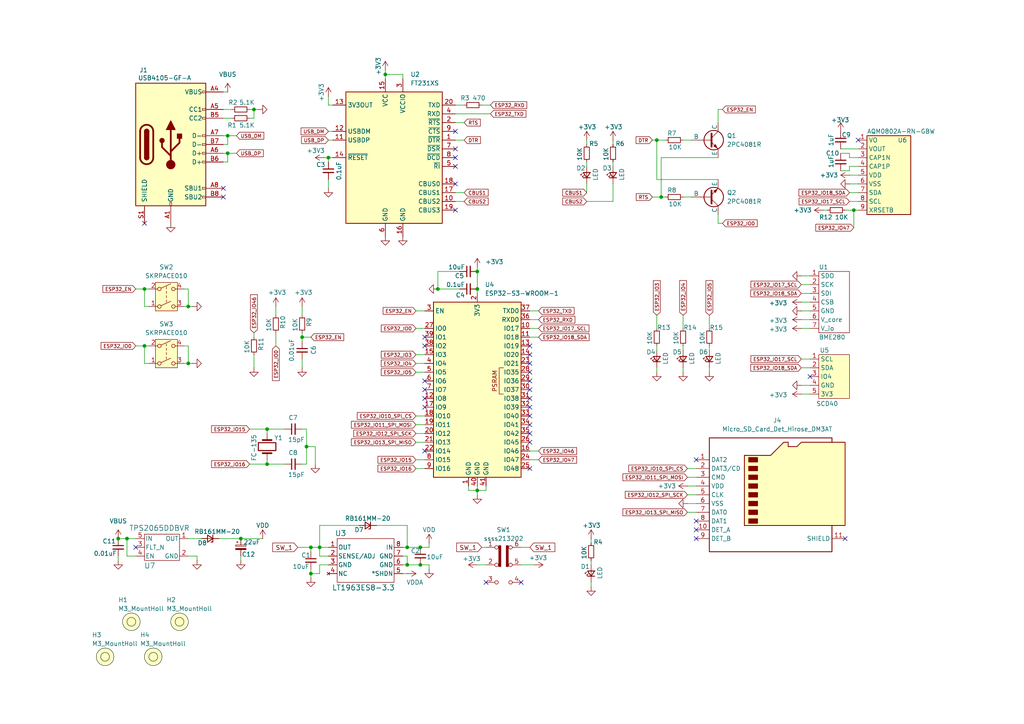
<source format=kicad_sch>
(kicad_sch (version 20231120) (generator "eeschema") (generator_version "8.0")
  (paper "A4")
  (junction (at 127 83.82))
  (junction (at 41.91 83.82))
  (junction (at 138.43 83.82))
  (junction (at 138.43 142.24))
  (junction (at 92.71 158.75))
  (junction (at 66.04 39.37))
  (junction (at 73.66 31.75))
  (junction (at 69.85 156.21))
  (junction (at 247.65 60.96))
  (junction (at 77.47 134.62))
  (junction (at 118.11 163.83))
  (junction (at 138.43 78.74))
  (junction (at 118.11 158.75))
  (junction (at 87.63 97.79))
  (junction (at 121.92 163.83))
  (junction (at 111.76 21.59))
  (junction (at 121.92 158.75))
  (junction (at 191.77 57.15))
  (junction (at 36.83 156.21))
  (junction (at 34.29 156.21))
  (junction (at 90.17 166.37))
  (junction (at 54.61 88.9))
  (junction (at 66.04 44.45))
  (junction (at 77.47 124.46))
  (junction (at 190.5 40.64))
  (junction (at 41.91 100.33))
  (junction (at 88.9 129.54))
  (junction (at 95.25 45.72))
  (junction (at 54.61 105.41))
  (junction (at 90.17 158.75))
  (no_connect (at 123.19 113.03))
  (no_connect (at 39.37 158.75))
  (no_connect (at 123.19 100.33))
  (no_connect (at 132.08 53.34))
  (no_connect (at 153.67 115.57))
  (no_connect (at 201.93 151.13))
  (no_connect (at 234.95 109.22))
  (no_connect (at 248.92 40.64))
  (no_connect (at 201.93 156.21))
  (no_connect (at 123.19 110.49))
  (no_connect (at 153.67 128.27))
  (no_connect (at 151.13 168.91))
  (no_connect (at 153.67 110.49))
  (no_connect (at 153.67 107.95))
  (no_connect (at 153.67 100.33))
  (no_connect (at 153.67 135.89))
  (no_connect (at 132.08 60.96))
  (no_connect (at 245.11 156.21))
  (no_connect (at 153.67 105.41))
  (no_connect (at 123.19 130.81))
  (no_connect (at 64.77 54.61))
  (no_connect (at 153.67 102.87))
  (no_connect (at 132.08 43.18))
  (no_connect (at 132.08 38.1))
  (no_connect (at 201.93 133.35))
  (no_connect (at 153.67 125.73))
  (no_connect (at 41.91 64.77))
  (no_connect (at 153.67 113.03))
  (no_connect (at 64.77 57.15))
  (no_connect (at 132.08 45.72))
  (no_connect (at 153.67 123.19))
  (no_connect (at 140.97 168.91))
  (no_connect (at 132.08 48.26))
  (no_connect (at 123.19 97.79))
  (no_connect (at 153.67 120.65))
  (no_connect (at 201.93 153.67))
  (no_connect (at 123.19 115.57))
  (no_connect (at 123.19 118.11))
  (no_connect (at 153.67 118.11))
  (wire (pts (xy 247.65 60.96) (xy 247.65 66.04)))
  (wire (pts (xy 43.18 88.9) (xy 41.91 88.9)))
  (wire (pts (xy 190.5 106.68) (xy 190.5 107.95)))
  (wire (pts (xy 170.18 53.34) (xy 170.18 55.88)))
  (wire (pts (xy 120.65 133.35) (xy 123.19 133.35)))
  (wire (pts (xy 140.97 140.97) (xy 140.97 142.24)))
  (wire (pts (xy 41.91 100.33) (xy 43.18 100.33)))
  (wire (pts (xy 95.25 30.48) (xy 96.52 30.48)))
  (wire (pts (xy 90.17 165.1) (xy 90.17 166.37)))
  (wire (pts (xy 95.25 161.29) (xy 92.71 161.29)))
  (wire (pts (xy 95.25 52.07) (xy 95.25 54.61)))
  (wire (pts (xy 232.41 80.01) (xy 234.95 80.01)))
  (wire (pts (xy 87.63 134.62) (xy 88.9 134.62)))
  (wire (pts (xy 232.41 90.17) (xy 234.95 90.17)))
  (wire (pts (xy 246.38 48.26) (xy 248.92 48.26)))
  (wire (pts (xy 80.01 88.9) (xy 80.01 91.44)))
  (wire (pts (xy 243.84 49.53) (xy 246.38 49.53)))
  (wire (pts (xy 64.77 41.91) (xy 66.04 41.91)))
  (wire (pts (xy 87.63 96.52) (xy 87.63 97.79)))
  (wire (pts (xy 118.11 161.29) (xy 118.11 163.83)))
  (wire (pts (xy 39.37 161.29) (xy 36.83 161.29)))
  (wire (pts (xy 132.08 33.02) (xy 142.24 33.02)))
  (wire (pts (xy 87.63 104.14) (xy 87.63 106.68)))
  (wire (pts (xy 246.38 50.8) (xy 248.92 50.8)))
  (wire (pts (xy 153.67 95.25) (xy 156.21 95.25)))
  (wire (pts (xy 64.77 39.37) (xy 66.04 39.37)))
  (wire (pts (xy 124.46 163.83) (xy 124.46 165.1)))
  (wire (pts (xy 41.91 100.33) (xy 41.91 105.41)))
  (wire (pts (xy 66.04 39.37) (xy 68.58 39.37)))
  (wire (pts (xy 205.74 100.33) (xy 205.74 101.6)))
  (wire (pts (xy 120.65 123.19) (xy 123.19 123.19)))
  (wire (pts (xy 72.39 134.62) (xy 77.47 134.62)))
  (wire (pts (xy 66.04 41.91) (xy 66.04 39.37)))
  (wire (pts (xy 120.65 90.17) (xy 123.19 90.17)))
  (wire (pts (xy 118.11 163.83) (xy 121.92 163.83)))
  (wire (pts (xy 177.8 53.34) (xy 177.8 58.42)))
  (wire (pts (xy 111.76 20.32) (xy 111.76 21.59)))
  (wire (pts (xy 95.25 27.94) (xy 95.25 30.48)))
  (wire (pts (xy 132.08 58.42) (xy 134.62 58.42)))
  (wire (pts (xy 153.67 92.71) (xy 156.21 92.71)))
  (wire (pts (xy 232.41 104.14) (xy 234.95 104.14)))
  (wire (pts (xy 209.55 31.75) (xy 208.28 31.75)))
  (wire (pts (xy 120.65 128.27) (xy 123.19 128.27)))
  (wire (pts (xy 54.61 156.21) (xy 58.42 156.21)))
  (wire (pts (xy 246.38 45.72) (xy 248.92 45.72)))
  (wire (pts (xy 199.39 148.59) (xy 201.93 148.59)))
  (wire (pts (xy 53.34 88.9) (xy 54.61 88.9)))
  (wire (pts (xy 246.38 53.34) (xy 248.92 53.34)))
  (wire (pts (xy 132.08 30.48) (xy 134.62 30.48)))
  (wire (pts (xy 92.71 161.29) (xy 92.71 158.75)))
  (wire (pts (xy 116.84 163.83) (xy 118.11 163.83)))
  (wire (pts (xy 138.43 78.74) (xy 138.43 83.82)))
  (wire (pts (xy 153.67 97.79) (xy 156.21 97.79)))
  (wire (pts (xy 41.91 88.9) (xy 41.91 83.82)))
  (wire (pts (xy 177.8 40.64) (xy 177.8 41.91)))
  (wire (pts (xy 198.12 40.64) (xy 200.66 40.64)))
  (wire (pts (xy 54.61 88.9) (xy 55.88 88.9)))
  (wire (pts (xy 36.83 156.21) (xy 39.37 156.21)))
  (wire (pts (xy 208.28 45.72) (xy 191.77 45.72)))
  (wire (pts (xy 171.45 162.56) (xy 171.45 163.83)))
  (wire (pts (xy 116.84 161.29) (xy 118.11 161.29)))
  (wire (pts (xy 91.44 129.54) (xy 91.44 134.62)))
  (wire (pts (xy 53.34 83.82) (xy 54.61 83.82)))
  (wire (pts (xy 205.74 91.44) (xy 205.74 95.25)))
  (wire (pts (xy 69.85 156.21) (xy 76.2 156.21)))
  (wire (pts (xy 53.34 100.33) (xy 54.61 100.33)))
  (wire (pts (xy 95.25 40.64) (xy 96.52 40.64)))
  (wire (pts (xy 111.76 21.59) (xy 111.76 22.86)))
  (wire (pts (xy 87.63 97.79) (xy 87.63 99.06)))
  (wire (pts (xy 198.12 100.33) (xy 198.12 101.6)))
  (wire (pts (xy 138.43 142.24) (xy 138.43 143.51)))
  (wire (pts (xy 72.39 124.46) (xy 77.47 124.46)))
  (wire (pts (xy 69.85 162.56) (xy 69.85 161.29)))
  (wire (pts (xy 135.89 140.97) (xy 135.89 142.24)))
  (wire (pts (xy 191.77 45.72) (xy 191.77 57.15)))
  (wire (pts (xy 124.46 158.75) (xy 124.46 157.48)))
  (wire (pts (xy 153.67 90.17) (xy 156.21 90.17)))
  (wire (pts (xy 243.84 43.18) (xy 248.92 43.18)))
  (wire (pts (xy 120.65 120.65) (xy 123.19 120.65)))
  (wire (pts (xy 171.45 156.21) (xy 171.45 157.48)))
  (wire (pts (xy 87.63 88.9) (xy 87.63 91.44)))
  (wire (pts (xy 36.83 161.29) (xy 36.83 156.21)))
  (wire (pts (xy 116.84 21.59) (xy 111.76 21.59)))
  (wire (pts (xy 151.13 158.75) (xy 153.67 158.75)))
  (wire (pts (xy 138.43 77.47) (xy 138.43 78.74)))
  (wire (pts (xy 132.08 35.56) (xy 134.62 35.56)))
  (wire (pts (xy 95.25 38.1) (xy 96.52 38.1)))
  (wire (pts (xy 118.11 158.75) (xy 121.92 158.75)))
  (wire (pts (xy 77.47 134.62) (xy 82.55 134.62)))
  (wire (pts (xy 90.17 158.75) (xy 90.17 160.02)))
  (wire (pts (xy 93.98 45.72) (xy 95.25 45.72)))
  (wire (pts (xy 189.23 40.64) (xy 190.5 40.64)))
  (wire (pts (xy 121.92 163.83) (xy 124.46 163.83)))
  (wire (pts (xy 72.39 34.29) (xy 73.66 34.29)))
  (wire (pts (xy 73.66 102.87) (xy 73.66 106.68)))
  (wire (pts (xy 39.37 83.82) (xy 41.91 83.82)))
  (wire (pts (xy 116.84 166.37) (xy 118.11 166.37)))
  (wire (pts (xy 199.39 138.43) (xy 201.93 138.43)))
  (wire (pts (xy 95.25 45.72) (xy 95.25 46.99)))
  (wire (pts (xy 120.65 105.41) (xy 123.19 105.41)))
  (wire (pts (xy 232.41 85.09) (xy 234.95 85.09)))
  (wire (pts (xy 153.67 133.35) (xy 156.21 133.35)))
  (wire (pts (xy 246.38 44.45) (xy 246.38 45.72)))
  (wire (pts (xy 64.77 34.29) (xy 67.31 34.29)))
  (wire (pts (xy 118.11 152.4) (xy 118.11 158.75)))
  (wire (pts (xy 88.9 124.46) (xy 88.9 129.54)))
  (wire (pts (xy 139.7 30.48) (xy 142.24 30.48)))
  (wire (pts (xy 190.5 100.33) (xy 190.5 101.6)))
  (wire (pts (xy 116.84 22.86) (xy 116.84 21.59)))
  (wire (pts (xy 209.55 64.77) (xy 208.28 64.77)))
  (wire (pts (xy 72.39 31.75) (xy 73.66 31.75)))
  (wire (pts (xy 104.14 152.4) (xy 92.71 152.4)))
  (wire (pts (xy 77.47 124.46) (xy 77.47 125.73)))
  (wire (pts (xy 232.41 114.3) (xy 234.95 114.3)))
  (wire (pts (xy 199.39 135.89) (xy 201.93 135.89)))
  (wire (pts (xy 73.66 31.75) (xy 74.93 31.75)))
  (wire (pts (xy 190.5 91.44) (xy 190.5 95.25)))
  (wire (pts (xy 77.47 134.62) (xy 77.47 133.35)))
  (wire (pts (xy 232.41 111.76) (xy 234.95 111.76)))
  (wire (pts (xy 208.28 52.07) (xy 190.5 52.07)))
  (wire (pts (xy 64.77 31.75) (xy 67.31 31.75)))
  (wire (pts (xy 34.29 156.21) (xy 36.83 156.21)))
  (wire (pts (xy 73.66 96.52) (xy 73.66 97.79)))
  (wire (pts (xy 54.61 100.33) (xy 54.61 105.41)))
  (wire (pts (xy 246.38 49.53) (xy 246.38 48.26)))
  (wire (pts (xy 208.28 64.77) (xy 208.28 62.23)))
  (wire (pts (xy 139.7 158.75) (xy 140.97 158.75)))
  (wire (pts (xy 92.71 163.83) (xy 92.71 166.37)))
  (wire (pts (xy 132.08 40.64) (xy 134.62 40.64)))
  (wire (pts (xy 232.41 82.55) (xy 234.95 82.55)))
  (wire (pts (xy 66.04 46.99) (xy 66.04 44.45)))
  (wire (pts (xy 88.9 129.54) (xy 91.44 129.54)))
  (wire (pts (xy 87.63 124.46) (xy 88.9 124.46)))
  (wire (pts (xy 190.5 40.64) (xy 193.04 40.64)))
  (wire (pts (xy 232.41 87.63) (xy 234.95 87.63)))
  (wire (pts (xy 54.61 161.29) (xy 57.15 161.29)))
  (wire (pts (xy 120.65 95.25) (xy 123.19 95.25)))
  (wire (pts (xy 34.29 161.29) (xy 34.29 162.56)))
  (wire (pts (xy 90.17 158.75) (xy 92.71 158.75)))
  (wire (pts (xy 133.35 78.74) (xy 127 78.74)))
  (wire (pts (xy 170.18 40.64) (xy 170.18 41.91)))
  (wire (pts (xy 246.38 58.42) (xy 248.92 58.42)))
  (wire (pts (xy 120.65 135.89) (xy 123.19 135.89)))
  (wire (pts (xy 198.12 91.44) (xy 198.12 95.25)))
  (wire (pts (xy 135.89 142.24) (xy 138.43 142.24)))
  (wire (pts (xy 121.92 158.75) (xy 124.46 158.75)))
  (wire (pts (xy 199.39 146.05) (xy 201.93 146.05)))
  (wire (pts (xy 54.61 83.82) (xy 54.61 88.9)))
  (wire (pts (xy 246.38 55.88) (xy 248.92 55.88)))
  (wire (pts (xy 120.65 107.95) (xy 123.19 107.95)))
  (wire (pts (xy 53.34 105.41) (xy 54.61 105.41)))
  (wire (pts (xy 132.08 55.88) (xy 134.62 55.88)))
  (wire (pts (xy 63.5 156.21) (xy 69.85 156.21)))
  (wire (pts (xy 191.77 57.15) (xy 193.04 57.15)))
  (wire (pts (xy 189.23 57.15) (xy 191.77 57.15)))
  (wire (pts (xy 73.66 31.75) (xy 73.66 34.29)))
  (wire (pts (xy 171.45 168.91) (xy 171.45 170.18)))
  (wire (pts (xy 64.77 26.67) (xy 66.04 26.67)))
  (wire (pts (xy 64.77 44.45) (xy 66.04 44.45)))
  (wire (pts (xy 88.9 129.54) (xy 88.9 134.62)))
  (wire (pts (xy 199.39 143.51) (xy 201.93 143.51)))
  (wire (pts (xy 138.43 140.97) (xy 138.43 142.24)))
  (wire (pts (xy 95.25 45.72) (xy 96.52 45.72)))
  (wire (pts (xy 232.41 92.71) (xy 234.95 92.71)))
  (wire (pts (xy 199.39 140.97) (xy 201.93 140.97)))
  (wire (pts (xy 80.01 96.52) (xy 80.01 100.33)))
  (wire (pts (xy 92.71 166.37) (xy 90.17 166.37)))
  (wire (pts (xy 90.17 166.37) (xy 90.17 167.64)))
  (wire (pts (xy 247.65 60.96) (xy 248.92 60.96)))
  (wire (pts (xy 245.11 60.96) (xy 247.65 60.96)))
  (wire (pts (xy 64.77 46.99) (xy 66.04 46.99)))
  (wire (pts (xy 177.8 58.42) (xy 170.18 58.42)))
  (wire (pts (xy 39.37 100.33) (xy 41.91 100.33)))
  (wire (pts (xy 86.36 158.75) (xy 90.17 158.75)))
  (wire (pts (xy 77.47 124.46) (xy 82.55 124.46)))
  (wire (pts (xy 43.18 105.41) (xy 41.91 105.41)))
  (wire (pts (xy 109.22 152.4) (xy 118.11 152.4)))
  (wire (pts (xy 120.65 102.87) (xy 123.19 102.87)))
  (wire (pts (xy 87.63 97.79) (xy 90.17 97.79)))
  (wire (pts (xy 138.43 142.24) (xy 140.97 142.24)))
  (wire (pts (xy 151.13 163.83) (xy 154.94 163.83)))
  (wire (pts (xy 177.8 46.99) (xy 177.8 48.26)))
  (wire (pts (xy 66.04 44.45) (xy 68.58 44.45)))
  (wire (pts (xy 127 78.74) (xy 127 83.82)))
  (wire (pts (xy 153.67 130.81) (xy 156.21 130.81)))
  (wire (pts (xy 190.5 52.07) (xy 190.5 40.64)))
  (wire (pts (xy 232.41 95.25) (xy 234.95 95.25)))
  (wire (pts (xy 116.84 158.75) (xy 118.11 158.75)))
  (wire (pts (xy 120.65 125.73) (xy 123.19 125.73)))
  (wire (pts (xy 238.76 60.96) (xy 240.03 60.96)))
  (wire (pts (xy 198.12 57.15) (xy 200.66 57.15)))
  (wire (pts (xy 54.61 105.41) (xy 55.88 105.41)))
  (wire (pts (xy 127 83.82) (xy 133.35 83.82)))
  (wire (pts (xy 208.28 31.75) (xy 208.28 35.56)))
  (wire (pts (xy 92.71 158.75) (xy 95.25 158.75)))
  (wire (pts (xy 92.71 152.4) (xy 92.71 158.75)))
  (wire (pts (xy 198.12 106.68) (xy 198.12 107.95)))
  (wire (pts (xy 57.15 161.29) (xy 57.15 162.56)))
  (wire (pts (xy 205.74 106.68) (xy 205.74 107.95)))
  (wire (pts (xy 41.91 83.82) (xy 43.18 83.82)))
  (wire (pts (xy 232.41 106.68) (xy 234.95 106.68)))
  (wire (pts (xy 95.25 163.83) (xy 92.71 163.83)))
  (wire (pts (xy 138.43 163.83) (xy 140.97 163.83)))
  (wire (pts (xy 138.43 83.82) (xy 138.43 85.09)))
  (wire (pts (xy 243.84 44.45) (xy 246.38 44.45)))
  (wire (pts (xy 170.18 46.99) (xy 170.18 48.26)))
  (global_label "ESP32_IO47" (shape input) (at 156.21 133.35 0) (effects (font (size 1.016 1.016))) (property "Intersheetrefs" "${INTERSHEET_REFS}" (effects (hide yes))))
  (global_label "ESP32_IO0" (shape input) (at 39.37 100.33 180) (effects (font (size 1.016 1.016))) (property "Intersheetrefs" "${INTERSHEET_REFS}" (effects (hide yes))))
  (global_label "ESP32_EN" (shape input) (at 209.55 31.75 0) (effects (font (size 1.016 1.016))) (property "Intersheetrefs" "${INTERSHEET_REFS}" (effects (hide yes))))
  (global_label "ESP32_IO10_SPI_CS" (shape input) (at 120.65 120.65 180) (effects (font (size 1.016 1.016))) (property "Intersheetrefs" "${INTERSHEET_REFS}" (effects (hide yes))))
  (global_label "ESP32_IO18_SDA" (shape input) (at 232.41 106.68 180) (effects (font (size 1.016 1.016))) (property "Intersheetrefs" "${INTERSHEET_REFS}" (effects (hide yes))))
  (global_label "ESP32_IO12_SPI_SCK" (shape input) (at 199.39 143.51 180) (effects (font (size 1.016 1.016))) (property "Intersheetrefs" "${INTERSHEET_REFS}" (effects (hide yes))))
  (global_label "CBUS1" (shape input) (at 170.18 55.88 180) (effects (font (size 1.016 1.016))) (property "Intersheetrefs" "${INTERSHEET_REFS}" (effects (hide yes))))
  (global_label "ESP32_IO10_SPI_CS" (shape input) (at 199.39 135.89 180) (effects (font (size 1.016 1.016))) (property "Intersheetrefs" "${INTERSHEET_REFS}" (effects (hide yes))))
  (global_label "ESP32_IO0" (shape input) (at 209.55 64.77 0) (effects (font (size 1.016 1.016))) (property "Intersheetrefs" "${INTERSHEET_REFS}" (effects (hide yes))))
  (global_label "ESP32_IO11_SPI_MOSI" (shape input) (at 199.39 138.43 180) (effects (font (size 1.016 1.016))) (property "Intersheetrefs" "${INTERSHEET_REFS}" (effects (hide yes))))
  (global_label "ESP32_IO0" (shape input) (at 80.01 100.33 270) (effects (font (size 1.016 1.016))) (property "Intersheetrefs" "${INTERSHEET_REFS}" (effects (hide yes))))
  (global_label "CBUS2" (shape input) (at 170.18 58.42 180) (effects (font (size 1.016 1.016))) (property "Intersheetrefs" "${INTERSHEET_REFS}" (effects (hide yes))))
  (global_label "ESP32_IO18_SDA" (shape input) (at 156.21 97.79 0) (effects (font (size 1.016 1.016))) (property "Intersheetrefs" "${INTERSHEET_REFS}" (effects (hide yes))))
  (global_label "ESP32_TXD" (shape input) (at 156.21 90.17 0) (effects (font (size 1.016 1.016))) (property "Intersheetrefs" "${INTERSHEET_REFS}" (effects (hide yes))))
  (global_label "DTR" (shape input) (at 189.23 40.64 180) (effects (font (size 1.016 1.016))) (property "Intersheetrefs" "${INTERSHEET_REFS}" (effects (hide yes))))
  (global_label "ESP32_IO16" (shape input) (at 72.39 134.62 180) (effects (font (size 1.016 1.016))) (property "Intersheetrefs" "${INTERSHEET_REFS}" (effects (hide yes))))
  (global_label "ESP32_IO17_SCL" (shape input) (at 246.38 58.42 180) (effects (font (size 1.016 1.016))) (property "Intersheetrefs" "${INTERSHEET_REFS}" (effects (hide yes))))
  (global_label "ESP32_IO15" (shape input) (at 72.39 124.46 180) (effects (font (size 1.016 1.016))) (property "Intersheetrefs" "${INTERSHEET_REFS}" (effects (hide yes))))
  (global_label "SW_1" (shape input) (at 139.7 158.75 180) (property "Intersheetrefs" "${INTERSHEET_REFS}" (effects (hide yes))))
  (global_label "ESP32_IO16" (shape input) (at 120.65 135.89 180) (effects (font (size 1.016 1.016))) (property "Intersheetrefs" "${INTERSHEET_REFS}" (effects (hide yes))))
  (global_label "ESP32_IO11_SPI_MOSI" (shape input) (at 120.65 123.19 180) (effects (font (size 1.016 1.016))) (property "Intersheetrefs" "${INTERSHEET_REFS}" (effects (hide yes))))
  (global_label "ESP32_IO0" (shape input) (at 120.65 95.25 180) (effects (font (size 1.016 1.016))) (property "Intersheetrefs" "${INTERSHEET_REFS}" (effects (hide yes))))
  (global_label "ESP32_IO4" (shape input) (at 198.12 91.44 90) (effects (font (size 1.016 1.016))) (property "Intersheetrefs" "${INTERSHEET_REFS}" (effects (hide yes))))
  (global_label "ESP32_IO5" (shape input) (at 205.74 91.44 90) (effects (font (size 1.016 1.016))) (property "Intersheetrefs" "${INTERSHEET_REFS}" (effects (hide yes))))
  (global_label "CBUS2" (shape input) (at 134.62 58.42 0) (effects (font (size 1.016 1.016))) (property "Intersheetrefs" "${INTERSHEET_REFS}" (effects (hide yes))))
  (global_label "USB_DM" (shape input) (at 68.58 39.37 0) (effects (font (size 1.016 1.016))) (property "Intersheetrefs" "${INTERSHEET_REFS}" (effects (hide yes))))
  (global_label "DTR" (shape input) (at 134.62 40.64 0) (effects (font (size 1.016 1.016))) (property "Intersheetrefs" "${INTERSHEET_REFS}" (effects (hide yes))))
  (global_label "ESP32_EN" (shape input) (at 90.17 97.79 0) (effects (font (size 1.016 1.016))) (property "Intersheetrefs" "${INTERSHEET_REFS}" (effects (hide yes))))
  (global_label "ESP32_IO3" (shape input) (at 120.65 102.87 180) (effects (font (size 1.016 1.016))) (property "Intersheetrefs" "${INTERSHEET_REFS}" (effects (hide yes))))
  (global_label "SW_1" (shape input) (at 153.67 158.75 0) (property "Intersheetrefs" "${INTERSHEET_REFS}" (effects (hide yes))))
  (global_label "ESP32_IO18_SDA" (shape input) (at 246.38 55.88 180) (effects (font (size 1.016 1.016))) (property "Intersheetrefs" "${INTERSHEET_REFS}" (effects (hide yes))))
  (global_label "ESP32_IO46" (shape input) (at 156.21 130.81 0) (effects (font (size 1.016 1.016))) (property "Intersheetrefs" "${INTERSHEET_REFS}" (effects (hide yes))))
  (global_label "SW_1" (shape input) (at 86.36 158.75 180) (property "Intersheetrefs" "${INTERSHEET_REFS}" (effects (hide yes))))
  (global_label "ESP32_IO17_SCL" (shape input) (at 232.41 104.14 180) (effects (font (size 1.016 1.016))) (property "Intersheetrefs" "${INTERSHEET_REFS}" (effects (hide yes))))
  (global_label "ESP32_RXD" (shape input) (at 156.21 92.71 0) (effects (font (size 1.016 1.016))) (property "Intersheetrefs" "${INTERSHEET_REFS}" (effects (hide yes))))
  (global_label "ESP32_RXD" (shape input) (at 142.24 30.48 0) (effects (font (size 1.016 1.016))) (property "Intersheetrefs" "${INTERSHEET_REFS}" (effects (hide yes))))
  (global_label "ESP32_IO5" (shape input) (at 120.65 107.95 180) (effects (font (size 1.016 1.016))) (property "Intersheetrefs" "${INTERSHEET_REFS}" (effects (hide yes))))
  (global_label "ESP32_IO15" (shape input) (at 120.65 133.35 180) (effects (font (size 1.016 1.016))) (property "Intersheetrefs" "${INTERSHEET_REFS}" (effects (hide yes))))
  (global_label "USB_DM" (shape input) (at 95.25 38.1 180) (effects (font (size 1.016 1.016))) (property "Intersheetrefs" "${INTERSHEET_REFS}" (effects (hide yes))))
  (global_label "ESP32_IO47" (shape input) (at 247.65 66.04 180) (effects (font (size 1.016 1.016))) (property "Intersheetrefs" "${INTERSHEET_REFS}" (effects (hide yes))))
  (global_label "ESP32_EN" (shape input) (at 39.37 83.82 180) (effects (font (size 1.016 1.016))) (property "Intersheetrefs" "${INTERSHEET_REFS}" (effects (hide yes))))
  (global_label "ESP32_IO3" (shape input) (at 190.5 91.44 90) (effects (font (size 1.016 1.016))) (property "Intersheetrefs" "${INTERSHEET_REFS}" (effects (hide yes))))
  (global_label "RTS" (shape input) (at 134.62 35.56 0) (effects (font (size 1.016 1.016))) (property "Intersheetrefs" "${INTERSHEET_REFS}" (effects (hide yes))))
  (global_label "ESP32_IO17_SCL" (shape input) (at 232.41 82.55 180) (effects (font (size 1.016 1.016))) (property "Intersheetrefs" "${INTERSHEET_REFS}" (effects (hide yes))))
  (global_label "RTS" (shape input) (at 189.23 57.15 180) (effects (font (size 1.016 1.016))) (property "Intersheetrefs" "${INTERSHEET_REFS}" (effects (hide yes))))
  (global_label "ESP32_IO13_SPI_MISO" (shape input) (at 199.39 148.59 180) (effects (font (size 1.016 1.016))) (property "Intersheetrefs" "${INTERSHEET_REFS}" (effects (hide yes))))
  (global_label "ESP32_TXD" (shape input) (at 142.24 33.02 0) (effects (font (size 1.016 1.016))) (property "Intersheetrefs" "${INTERSHEET_REFS}" (effects (hide yes))))
  (global_label "ESP32_IO12_SPI_SCK" (shape input) (at 120.65 125.73 180) (effects (font (size 1.016 1.016))) (property "Intersheetrefs" "${INTERSHEET_REFS}" (effects (hide yes))))
  (global_label "USB_DP" (shape input) (at 68.58 44.45 0) (effects (font (size 1.016 1.016))) (property "Intersheetrefs" "${INTERSHEET_REFS}" (effects (hide yes))))
  (global_label "ESP32_IO4" (shape input) (at 120.65 105.41 180) (effects (font (size 1.016 1.016))) (property "Intersheetrefs" "${INTERSHEET_REFS}" (effects (hide yes))))
  (global_label "ESP32_IO13_SPI_MISO" (shape input) (at 120.65 128.27 180) (effects (font (size 1.016 1.016))) (property "Intersheetrefs" "${INTERSHEET_REFS}" (effects (hide yes))))
  (global_label "CBUS1" (shape input) (at 134.62 55.88 0) (effects (font (size 1.016 1.016))) (property "Intersheetrefs" "${INTERSHEET_REFS}" (effects (hide yes))))
  (global_label "ESP32_IO18_SDA" (shape input) (at 232.41 85.09 180) (effects (font (size 1.016 1.016))) (property "Intersheetrefs" "${INTERSHEET_REFS}" (effects (hide yes))))
  (global_label "ESP32_IO17_SCL" (shape input) (at 156.21 95.25 0) (effects (font (size 1.016 1.016))) (property "Intersheetrefs" "${INTERSHEET_REFS}" (effects (hide yes))))
  (global_label "ESP32_IO46" (shape input) (at 73.66 96.52 90) (effects (font (size 1.016 1.016))) (property "Intersheetrefs" "${INTERSHEET_REFS}" (effects (hide yes))))
  (global_label "ESP32_EN" (shape input) (at 120.65 90.17 180) (effects (font (size 1.016 1.016))) (property "Intersheetrefs" "${INTERSHEET_REFS}" (effects (hide yes))))
  (global_label "USB_DP" (shape input) (at 95.25 40.64 180) (effects (font (size 1.016 1.016))) (property "Intersheetrefs" "${INTERSHEET_REFS}" (effects (hide yes))))
  (symbol (lib_id "Device:LED_Small") (at 171.45 166.37 90) (unit 1)
    (property "Reference" "D1" (at 168.402 164.338 90) (effects (justify right)))
    (property "Value" "LED" (at 173.99 164.338 0) (effects (justify right)))
    (property "Footprint" "LED_SMD:LED_0603_1608Metric_Pad1.05x0.95mm_HandSolder" (effects (hide yes)))
    (property "Description" "Light emitting diode, small symbol" (effects (hide yes)))
  )
  (symbol (lib_id "power:GND") (at 57.15 162.56 0) (unit 1)
    (property "Reference" "#PWR045" (effects (hide yes)))
    (property "Value" "GND" (effects (hide yes)))
    (property "Description" "Power symbol creates a global label with name \"GND\" , ground" (effects (hide yes)))
  )
  (symbol (lib_id "Device:R_Small") (at 87.63 93.98 180) (unit 1)
    (property "Reference" "R9" (at 89.662 93.472 90))
    (property "Value" "10K" (at 85.598 94.234 90))
    (property "Footprint" "Resistor_SMD:R_1206_3216Metric_Pad1.30x1.75mm_HandSolder" (effects (hide yes)))
    (property "Description" "Resistor, small symbol" (effects (hide yes)))
  )
  (symbol (lib_id "power:+3V3") (at 232.41 87.63 90) (unit 1)
    (property "Reference" "#PWR038" (effects (hide yes)))
    (property "Value" "+3V3" (at 228.346 87.884 90) (effects (justify left)))
    (property "Description" "Power symbol creates a global label with name \"+3V3\"" (effects (hide yes)))
  )
  (symbol (lib_id "Device:R_Small") (at 205.74 97.79 180) (unit 1)
    (property "Reference" "R15" (at 207.772 94.996 0))
    (property "Value" "10K" (at 203.708 98.044 90))
    (property "Footprint" "Resistor_SMD:R_1206_3216Metric_Pad1.30x1.75mm_HandSolder" (effects (hide yes)))
    (property "Description" "Resistor, small symbol" (effects (hide yes)))
  )
  (symbol (lib_id "power:GND") (at 74.93 31.75 90) (unit 1)
    (property "Reference" "#PWR02" (effects (hide yes)))
    (property "Value" "GND" (effects (hide yes)))
    (property "Description" "Power symbol creates a global label with name \"GND\" , ground" (effects (hide yes)))
  )
  (symbol (lib_id "power:GND") (at 34.29 162.56 0) (unit 1)
    (property "Reference" "#PWR044" (effects (hide yes)))
    (property "Value" "GND" (effects (hide yes)))
    (property "Description" "Power symbol creates a global label with name \"GND\" , ground" (effects (hide yes)))
  )
  (symbol (lib_id "Device:R_Small") (at 190.5 97.79 180) (unit 1)
    (property "Reference" "R13" (at 192.532 94.996 0))
    (property "Value" "10K" (at 188.468 98.044 90))
    (property "Footprint" "Resistor_SMD:R_1206_3216Metric_Pad1.30x1.75mm_HandSolder" (effects (hide yes)))
    (property "Description" "Resistor, small symbol" (effects (hide yes)))
  )
  (symbol (lib_id "Simulation_SPICE:NPN") (at 205.74 57.15 0) (mirror x) (unit 1)
    (property "Reference" "Q2" (at 210.82 55.8799 0) (effects (justify left)))
    (property "Value" "2PC4081R" (at 210.82 58.4199 0) (effects (justify left)))
    (property "Footprint" "Package_TO_SOT_SMD:SOT-323_SC-70_Handsoldering" (effects (hide yes)))
    (property "Datasheet" "https://ngspice.sourceforge.io/docs/ngspice-html-manual/manual.xhtml#cha_BJTs" (effects (hide yes)))
    (property "Description" "Bipolar transistor symbol for simulation only, substrate tied to the emitter" (effects (hide yes)))
    (property "Sim.Device" "NPN" (effects (hide yes)))
    (property "Sim.Type" "GUMMELPOON" (effects (hide yes)))
    (property "Sim.Pins" "1=C 2=B 3=E" (effects (hide yes)))
  )
  (symbol (lib_id "power:GND") (at 90.17 167.64 0) (unit 1)
    (property "Reference" "#PWR010" (effects (hide yes)))
    (property "Value" "GND" (effects (hide yes)))
    (property "Description" "Power symbol creates a global label with name \"GND\" , ground" (effects (hide yes)))
  )
  (symbol (lib_id "power:GND") (at 69.85 162.56 0) (unit 1)
    (property "Reference" "#PWR050" (effects (hide yes)))
    (property "Value" "GND" (effects (hide yes)))
    (property "Description" "Power symbol creates a global label with name \"GND\" , ground" (effects (hide yes)))
  )
  (symbol (lib_id "Device:C_Small") (at 95.25 49.53 0) (unit 1)
    (property "Reference" "C3" (at 91.694 47.752 0) (effects (justify left)))
    (property "Value" "0.1uF" (at 98.298 52.324 90) (effects (justify left)))
    (property "Footprint" "Capacitor_SMD:C_0805_2012Metric_Pad1.18x1.45mm_HandSolder" (effects (hide yes)))
    (property "Description" "Unpolarized capacitor, small symbol" (effects (hide yes)))
  )
  (symbol (lib_id "Device:R_Small") (at 69.85 34.29 90) (unit 1)
    (property "Reference" "R1" (at 67.31 36.322 90))
    (property "Value" "5.1K" (at 71.628 36.322 90))
    (property "Footprint" "Resistor_SMD:R_1206_3216Metric_Pad1.30x1.75mm_HandSolder" (effects (hide yes)))
    (property "Description" "Resistor, small symbol" (effects (hide yes)))
  )
  (symbol (lib_id "Device:C_Polarized_Small") (at 69.85 158.75 0) (unit 1)
    (property "Reference" "C12" (at 70.104 160.782 0) (effects (justify left)))
    (property "Value" "22uF" (at 70.612 157.226 0) (effects (justify left)))
    (property "Footprint" "TAJ_SMD:TAJB_AVX" (effects (hide yes)))
    (property "Description" "Polarized capacitor, small symbol" (effects (hide yes)))
  )
  (symbol (lib_id "Device:LED_Small") (at 177.8 50.8 90) (unit 1)
    (property "Reference" "D3" (at 174.752 48.768 90) (effects (justify right)))
    (property "Value" "LED" (at 180.34 48.768 0) (effects (justify right)))
    (property "Footprint" "LED_SMD:LED_0603_1608Metric_Pad1.05x0.95mm_HandSolder" (effects (hide yes)))
    (property "Description" "Light emitting diode, small symbol" (effects (hide yes)))
  )
  (symbol (lib_id "power:GND") (at 91.44 134.62 0) (unit 1)
    (property "Reference" "#PWR029" (effects (hide yes)))
    (property "Value" "GND" (effects (hide yes)))
    (property "Description" "Power symbol creates a global label with name \"GND\" , ground" (effects (hide yes)))
  )
  (symbol (lib_id "power:+3V3") (at 80.01 88.9 0) (unit 1)
    (property "Reference" "#PWR026" (effects (hide yes)))
    (property "Value" "+3V3" (at 77.724 84.836 0) (effects (justify left)))
    (property "Description" "Power symbol creates a global label with name \"+3V3\"" (effects (hide yes)))
  )
  (symbol (lib_id "power:VDD") (at 76.2 156.21 0) (unit 1)
    (property "Reference" "#PWR049" (effects (hide yes)))
    (property "Value" "VDD" (at 76.2 152.4 0))
    (property "Description" "Power symbol creates a global label with name \"VDD\"" (effects (hide yes)))
  )
  (symbol (lib_id "power:GND") (at 199.39 146.05 270) (unit 1)
    (property "Reference" "#PWR036" (effects (hide yes)))
    (property "Value" "GND" (effects (hide yes)))
    (property "Description" "Power symbol creates a global label with name \"GND\" , ground" (effects (hide yes)))
  )
  (symbol (lib_name "MountHole_M3_1") (lib_id "Mylib:MountHole_M3") (at 38.1 180.34 0) (unit 1)
    (property "Reference" "H1" (at 34.29 173.99 0) (effects (justify left)))
    (property "Value" "M3_MountHoll" (at 34.29 176.53 0) (effects (justify left)))
    (property "Footprint" "MountingHole:MountingHole_3.2mm_M3" (effects (hide yes)))
  )
  (symbol (lib_id "Device:R_Small") (at 137.16 30.48 90) (unit 1)
    (property "Reference" "R3" (at 134.874 28.448 90))
    (property "Value" "470" (at 138.938 28.448 90))
    (property "Footprint" "Resistor_SMD:R_1206_3216Metric_Pad1.30x1.75mm_HandSolder" (effects (hide yes)))
    (property "Description" "Resistor, small symbol" (effects (hide yes)))
  )
  (symbol (lib_id "power:+3V3") (at 243.84 38.1 0) (unit 1)
    (property "Reference" "#PWR032" (effects (hide yes)))
    (property "Value" "+3V3" (at 241.046 34.798 0) (effects (justify left)))
    (property "Description" "Power symbol creates a global label with name \"+3V3\"" (effects (hide yes)))
  )
  (symbol (lib_id "power:+3V3") (at 93.98 45.72 90) (unit 1)
    (property "Reference" "#PWR016" (effects (hide yes)))
    (property "Value" "+3V3" (at 94.234 43.688 90) (effects (justify left)))
    (property "Description" "Power symbol creates a global label with name \"+3V3\"" (effects (hide yes)))
  )
  (symbol (lib_id "power:GND") (at 95.25 54.61 0) (unit 1)
    (property "Reference" "#PWR017" (effects (hide yes)))
    (property "Value" "GND" (effects (hide yes)))
    (property "Description" "Power symbol creates a global label with name \"GND\" , ground" (effects (hide yes)))
  )
  (symbol (lib_id "power:+3V3") (at 177.8 40.64 0) (unit 1)
    (property "Reference" "#PWR022" (effects (hide yes)))
    (property "Value" "+3V3" (at 175.26 36.83 0) (effects (justify left)))
    (property "Description" "Power symbol creates a global label with name \"+3V3\"" (effects (hide yes)))
  )
  (symbol (lib_id "Device:C_Small") (at 90.17 162.56 0) (unit 1)
    (property "Reference" "C1" (at 87.376 161.036 0) (effects (justify left)))
    (property "Value" "10uF" (at 84.836 164.338 0) (effects (justify left)))
    (property "Footprint" "Capacitor_SMD:C_0603_1608Metric_Pad1.08x0.95mm_HandSolder" (effects (hide yes)))
    (property "Description" "Unpolarized capacitor, small symbol" (effects (hide yes)))
  )
  (symbol (lib_id "RF_Module:ESP32-S3-WROOM-1") (at 138.43 113.03 0) (unit 1)
    (property "Reference" "U4" (at 140.6241 82.55 0) (effects (justify left)))
    (property "Value" "ESP32-S3-WROOM-1" (at 140.6241 85.09 0) (effects (justify left)))
    (property "Footprint" "mylib:ESP32-S3-WROOM-1" (effects (hide yes)))
    (property "Datasheet" "https://www.espressif.com/sites/default/files/documentation/esp32-s3-wroom-1_wroom-1u_datasheet_en.pdf" (effects (hide yes)))
    (property "Description" "RF Module, ESP32-S3 SoC, Wi-Fi 802.11b/g/n, Bluetooth, BLE, 32-bit, 3.3V, onboard antenna, SMD" (effects (hide yes)))
  )
  (symbol (lib_id "Device:R_Small") (at 80.01 93.98 180) (unit 1)
    (property "Reference" "R10" (at 82.042 93.472 90))
    (property "Value" "10K" (at 77.978 94.234 90))
    (property "Footprint" "Resistor_SMD:R_1206_3216Metric_Pad1.30x1.75mm_HandSolder" (effects (hide yes)))
    (property "Description" "Resistor, small symbol" (effects (hide yes)))
  )
  (symbol (lib_id "Device:R_Small") (at 177.8 44.45 180) (unit 1)
    (property "Reference" "R6" (at 179.832 41.656 0))
    (property "Value" "10K" (at 175.768 44.704 90))
    (property "Footprint" "Resistor_SMD:R_1206_3216Metric_Pad1.30x1.75mm_HandSolder" (effects (hide yes)))
    (property "Description" "Resistor, small symbol" (effects (hide yes)))
  )
  (symbol (lib_id "Device:D_Zener_Small") (at 60.96 156.21 180) (unit 1)
    (property "Reference" "D8" (at 58.674 157.48 0))
    (property "Value" "RB161MM-20" (at 62.992 154.178 0))
    (property "Footprint" "Diode_SMD:D_SOD-123" (effects (hide yes)))
    (property "Description" "Zener diode, small symbol" (effects (hide yes)))
  )
  (symbol (lib_id "Device:LED_Small") (at 198.12 104.14 90) (unit 1)
    (property "Reference" "D5" (at 195.072 102.108 90) (effects (justify right)))
    (property "Value" "LED" (at 200.66 102.108 0) (effects (justify right)))
    (property "Footprint" "LED_SMD:LED_0603_1608Metric_Pad1.05x0.95mm_HandSolder" (effects (hide yes)))
    (property "Description" "Light emitting diode, small symbol" (effects (hide yes)))
  )
  (symbol (lib_id "power:GND") (at 198.12 107.95 0) (unit 1)
    (property "Reference" "#PWR047" (effects (hide yes)))
    (property "Value" "GND" (effects (hide yes)))
    (property "Description" "Power symbol creates a global label with name \"GND\" , ground" (effects (hide yes)))
  )
  (symbol (lib_id "power:+3V3") (at 199.39 140.97 90) (unit 1)
    (property "Reference" "#PWR037" (effects (hide yes)))
    (property "Value" "+3V3" (at 196.088 140.97 90) (effects (justify left)))
    (property "Description" "Power symbol creates a global label with name \"+3V3\"" (effects (hide yes)))
  )
  (symbol (lib_id "Device:C_Small") (at 135.89 83.82 90) (unit 1)
    (property "Reference" "C4" (at 134.874 85.598 90) (effects (justify left)))
    (property "Value" "0.1uF" (at 134.874 82.55 90) (effects (justify left)))
    (property "Footprint" "Capacitor_SMD:C_0805_2012Metric_Pad1.18x1.45mm_HandSolder" (effects (hide yes)))
    (property "Description" "Unpolarized capacitor, small symbol" (effects (hide yes)))
  )
  (symbol (lib_id "power:+3V3") (at 232.41 114.3 90) (unit 1)
    (property "Reference" "#PWR042" (effects (hide yes)))
    (property "Value" "+3V3" (at 228.346 114.554 90) (effects (justify left)))
    (property "Description" "Power symbol creates a global label with name \"+3V3\"" (effects (hide yes)))
  )
  (symbol (lib_id "power:GND") (at 171.45 170.18 0) (unit 1)
    (property "Reference" "#PWR013" (effects (hide yes)))
    (property "Value" "GND" (effects (hide yes)))
    (property "Description" "Power symbol creates a global label with name \"GND\" , ground" (effects (hide yes)))
  )
  (symbol (lib_id "power:+3V3") (at 246.38 50.8 90) (unit 1)
    (property "Reference" "#PWR033" (effects (hide yes)))
    (property "Value" "+3V3" (at 243.078 50.8 90) (effects (justify left)))
    (property "Description" "Power symbol creates a global label with name \"+3V3\"" (effects (hide yes)))
  )
  (symbol (lib_id "power:+3V3") (at 95.25 27.94 0) (unit 1)
    (property "Reference" "#PWR015" (effects (hide yes)))
    (property "Value" "+3V3" (at 93.218 29.464 90) (effects (justify left)))
    (property "Description" "Power symbol creates a global label with name \"+3V3\"" (effects (hide yes)))
  )
  (symbol (lib_id "power:GND") (at 190.5 107.95 0) (unit 1)
    (property "Reference" "#PWR046" (effects (hide yes)))
    (property "Value" "GND" (effects (hide yes)))
    (property "Description" "Power symbol creates a global label with name \"GND\" , ground" (effects (hide yes)))
  )
  (symbol (lib_id "Device:C_Small") (at 121.92 161.29 0) (unit 1)
    (property "Reference" "C2" (at 119.126 159.766 0) (effects (justify left)))
    (property "Value" "10uF" (at 123.698 161.544 0) (effects (justify left)))
    (property "Footprint" "Capacitor_SMD:C_0603_1608Metric_Pad1.08x0.95mm_HandSolder" (effects (hide yes)))
    (property "Description" "Unpolarized capacitor, small symbol" (effects (hide yes)))
  )
  (symbol (lib_id "Interface_USB:FT231XS") (at 114.3 45.72 0) (unit 1)
    (property "Reference" "U2" (at 119.0341 21.59 0) (effects (justify left)))
    (property "Value" "FT231XS" (at 119.0341 24.13 0) (effects (justify left)))
    (property "Footprint" "Package_SO:SSOP-20_3.9x8.7mm_P0.635mm" (effects (hide yes)))
    (property "Datasheet" "https://www.ftdichip.com/Support/Documents/DataSheets/ICs/DS_FT231X.pdf" (effects (hide yes)))
    (property "Description" "Full Speed USB to Full Handshake UART, SSOP-20" (effects (hide yes)))
  )
  (symbol (lib_id "power:+3V3") (at 170.18 40.64 0) (unit 1)
    (property "Reference" "#PWR020" (effects (hide yes)))
    (property "Value" "+3V3" (at 167.64 36.83 0) (effects (justify left)))
    (property "Description" "Power symbol creates a global label with name \"+3V3\"" (effects (hide yes)))
  )
  (symbol (lib_id "Device:LED_Small") (at 205.74 104.14 90) (unit 1)
    (property "Reference" "D6" (at 202.692 102.108 90) (effects (justify right)))
    (property "Value" "LED" (at 208.28 102.108 0) (effects (justify right)))
    (property "Footprint" "LED_SMD:LED_0603_1608Metric_Pad1.05x0.95mm_HandSolder" (effects (hide yes)))
    (property "Description" "Light emitting diode, small symbol" (effects (hide yes)))
  )
  (symbol (lib_id "power:+3V3") (at 154.94 163.83 270) (unit 1)
    (property "Reference" "#PWR09" (effects (hide yes)))
    (property "Value" "+3V3" (at 153.416 161.798 90) (effects (justify left)))
    (property "Description" "Power symbol creates a global label with name \"+3V3\"" (effects (hide yes)))
  )
  (symbol (lib_id "power:+3V3") (at 111.76 20.32 0) (unit 1)
    (property "Reference" "#PWR014" (effects (hide yes)))
    (property "Value" "+3V3" (at 109.728 21.844 90) (effects (justify left)))
    (property "Description" "Power symbol creates a global label with name \"+3V3\"" (effects (hide yes)))
  )
  (symbol (lib_id "power:GND") (at 232.41 111.76 270) (unit 1)
    (property "Reference" "#PWR043" (effects (hide yes)))
    (property "Value" "GND" (effects (hide yes)))
    (property "Description" "Power symbol creates a global label with name \"GND\" , ground" (effects (hide yes)))
  )
  (symbol (lib_id "power:+3V3") (at 232.41 95.25 90) (unit 1)
    (property "Reference" "#PWR041" (effects (hide yes)))
    (property "Value" "+3V3" (at 228.346 95.504 90) (effects (justify left)))
    (property "Description" "Power symbol creates a global label with name \"+3V3\"" (effects (hide yes)))
  )
  (symbol (lib_name "MountHole_M3_1") (lib_id "Mylib:MountHole_M3") (at 44.45 190.5 0) (unit 1)
    (property "Reference" "H4" (at 40.64 184.15 0) (effects (justify left)))
    (property "Value" "M3_MountHoll" (at 40.64 186.69 0) (effects (justify left)))
    (property "Footprint" "MountingHole:MountingHole_3.2mm_M3" (effects (hide yes)))
  )
  (symbol (lib_id "Device:R_Small") (at 195.58 40.64 270) (unit 1)
    (property "Reference" "R7" (at 194.874 38.6648 90))
    (property "Value" "10K" (at 195.834 42.672 90))
    (property "Footprint" "Resistor_SMD:R_1206_3216Metric_Pad1.30x1.75mm_HandSolder" (effects (hide yes)))
    (property "Description" "Resistor, small symbol" (effects (hide yes)))
  )
  (symbol (lib_id "Device:Crystal") (at 77.47 129.54 90) (unit 1)
    (property "Reference" "Y1" (at 79.502 127 90) (effects (justify right)))
    (property "Value" "FC-135" (at 73.66 125.984 0) (effects (justify right)))
    (property "Footprint" "mylib:FC-135" (effects (hide yes)))
    (property "Description" "Two pin crystal" (effects (hide yes)))
  )
  (symbol (lib_id "power:GND") (at 138.43 143.51 0) (unit 1)
    (property "Reference" "#PWR028" (effects (hide yes)))
    (property "Value" "GND" (effects (hide yes)))
    (property "Description" "Power symbol creates a global label with name \"GND\" , ground" (effects (hide yes)))
  )
  (symbol (lib_id "Device:R_Small") (at 170.18 44.45 180) (unit 1)
    (property "Reference" "R5" (at 172.212 41.656 0))
    (property "Value" "10K" (at 168.148 44.704 90))
    (property "Footprint" "Resistor_SMD:R_1206_3216Metric_Pad1.30x1.75mm_HandSolder" (effects (hide yes)))
    (property "Description" "Resistor, small symbol" (effects (hide yes)))
  )
  (symbol (lib_id "power:GND") (at 87.63 106.68 0) (unit 1)
    (property "Reference" "#PWR025" (effects (hide yes)))
    (property "Value" "GND" (effects (hide yes)))
    (property "Description" "Power symbol creates a global label with name \"GND\" , ground" (effects (hide yes)))
  )
  (symbol (lib_id "power:GND") (at 49.53 64.77 0) (unit 1)
    (property "Reference" "#PWR01" (effects (hide yes)))
    (property "Value" "GND" (effects (hide yes)))
    (property "Description" "Power symbol creates a global label with name \"GND\" , ground" (effects (hide yes)))
  )
  (symbol (lib_id "Connector:USB_C_Receptacle_USB2.0_16P") (at 49.53 41.91 0) (unit 1)
    (property "Reference" "J1" (at 41.656 20.32 0))
    (property "Value" "USB4105-GF-A" (at 47.752 22.606 0))
    (property "Footprint" "Connector_USB:USB_C_Receptacle_GCT_USB4105-xx-A_16P_TopMnt_Horizontal" (effects (hide yes)))
    (property "Datasheet" "https://www.usb.org/sites/default/files/documents/usb_type-c.zip" (effects (hide yes)))
    (property "Description" "USB 2.0-only 16P Type-C Receptacle connector" (effects (hide yes)))
  )
  (symbol (lib_id "power:GND") (at 246.38 53.34 270) (unit 1)
    (property "Reference" "#PWR034" (effects (hide yes)))
    (property "Value" "GND" (effects (hide yes)))
    (property "Description" "Power symbol creates a global label with name \"GND\" , ground" (effects (hide yes)))
  )
  (symbol (lib_name "MountHole_M3_1") (lib_id "Mylib:MountHole_M3") (at 52.07 180.34 0) (unit 1)
    (property "Reference" "H2" (at 48.26 173.99 0) (effects (justify left)))
    (property "Value" "M3_MountHoll" (at 48.26 176.53 0) (effects (justify left)))
    (property "Footprint" "MountingHole:MountingHole_3.2mm_M3" (effects (hide yes)))
  )
  (symbol (lib_id "Device:R_Small") (at 198.12 97.79 180) (unit 1)
    (property "Reference" "R14" (at 200.152 94.996 0))
    (property "Value" "10K" (at 196.088 98.044 90))
    (property "Footprint" "Resistor_SMD:R_1206_3216Metric_Pad1.30x1.75mm_HandSolder" (effects (hide yes)))
    (property "Description" "Resistor, small symbol" (effects (hide yes)))
  )
  (symbol (lib_id "power:GND") (at 127 83.82 270) (unit 1)
    (property "Reference" "#PWR023" (effects (hide yes)))
    (property "Value" "GND" (effects (hide yes)))
    (property "Description" "Power symbol creates a global label with name \"GND\" , ground" (effects (hide yes)))
  )
  (symbol (lib_id "Device:R_Small") (at 73.66 100.33 180) (unit 1)
    (property "Reference" "R11" (at 75.692 99.822 90))
    (property "Value" "10K" (at 71.628 100.584 90))
    (property "Footprint" "Resistor_SMD:R_1206_3216Metric_Pad1.30x1.75mm_HandSolder" (effects (hide yes)))
    (property "Description" "Resistor, small symbol" (effects (hide yes)))
  )
  (symbol (lib_id "Device:LED_Small") (at 190.5 104.14 90) (unit 1)
    (property "Reference" "D4" (at 187.452 102.108 90) (effects (justify right)))
    (property "Value" "LED" (at 193.04 102.108 0) (effects (justify right)))
    (property "Footprint" "LED_SMD:LED_0603_1608Metric_Pad1.05x0.95mm_HandSolder" (effects (hide yes)))
    (property "Description" "Light emitting diode, small symbol" (effects (hide yes)))
  )
  (symbol (lib_id "Device:C_Small") (at 85.09 134.62 90) (unit 1)
    (property "Reference" "C8" (at 86.36 131.318 90) (effects (justify left)))
    (property "Value" "15pF" (at 88.392 137.668 90) (effects (justify left)))
    (property "Footprint" "Capacitor_SMD:C_0603_1608Metric_Pad1.08x0.95mm_HandSolder" (effects (hide yes)))
    (property "Description" "Unpolarized capacitor, small symbol" (effects (hide yes)))
  )
  (symbol (lib_id "Switch:SW_Slide_DPDT") (at 146.05 163.83 0) (unit 1)
    (property "Reference" "SW1" (at 146.05 153.67 0))
    (property "Value" "ssss213202" (at 146.05 156.21 0))
    (property "Footprint" "mylib:SSSS213202" (effects (hide yes)))
    (property "Description" "Slide Switch, dual pole double throw" (effects (hide yes)))
  )
  (symbol (lib_id "Mylib:BME280_SwitchScience") (at 241.3 87.63 0) (unit 1)
    (property "Reference" "U1" (at 237.49 77.47 0) (effects (justify left)))
    (property "Value" "BME280" (at 237.49 97.79 0) (effects (justify left)))
    (property "Footprint" "mylib:BME280_SwitchScience" (effects (hide yes)))
  )
  (symbol (lib_id "power:VBUS") (at 34.29 156.21 0) (unit 1)
    (property "Reference" "#PWR08" (effects (hide yes)))
    (property "Value" "VBUS" (at 34.29 151.13 0))
    (property "Description" "Power symbol creates a global label with name \"VBUS\"" (effects (hide yes)))
  )
  (symbol (lib_id "Connector:Micro_SD_Card_Det_Hirose_DM3AT") (at 224.79 143.51 0) (unit 1)
    (property "Reference" "J4" (at 225.425 121.92 0))
    (property "Value" "Micro_SD_Card_Det_Hirose_DM3AT" (at 225.425 124.46 0))
    (property "Footprint" "Connector_Card:microSD_HC_Hirose_DM3AT-SF-PEJM5" (effects (hide yes)))
    (property "Datasheet" "https://www.hirose.com/product/en/download_file/key_name/DM3/category/Catalog/doc_file_id/49662/?file_category_id=4&item_id=195&is_series=1" (effects (hide yes)))
    (property "Description" "Micro SD Card Socket with card detection pins" (effects (hide yes)))
  )
  (symbol (lib_id "power:VDD") (at 124.46 157.48 0) (unit 1)
    (property "Reference" "#PWR05" (effects (hide yes)))
    (property "Value" "VDD" (at 124.46 153.67 0))
    (property "Description" "Power symbol creates a global label with name \"VDD\"" (effects (hide yes)))
  )
  (symbol (lib_id "power:GND") (at 55.88 88.9 90) (unit 1)
    (property "Reference" "#PWR030" (effects (hide yes)))
    (property "Value" "GND" (effects (hide yes)))
    (property "Description" "Power symbol creates a global label with name \"GND\" , ground" (effects (hide yes)))
  )
  (symbol (lib_id "Device:C_Small") (at 243.84 46.99 0) (unit 1)
    (property "Reference" "C10" (at 239.522 44.45 0) (effects (justify left)))
    (property "Value" "1uF" (at 241.046 48.768 90) (effects (justify left)))
    (property "Footprint" "Capacitor_SMD:C_0603_1608Metric_Pad1.08x0.95mm_HandSolder" (effects (hide yes)))
    (property "Description" "Unpolarized capacitor, small symbol" (effects (hide yes)))
  )
  (symbol (lib_id "power:GND") (at 111.76 68.58 0) (unit 1)
    (property "Reference" "#PWR018" (effects (hide yes)))
    (property "Value" "GND" (effects (hide yes)))
    (property "Description" "Power symbol creates a global label with name \"GND\" , ground" (effects (hide yes)))
  )
  (symbol (lib_id "power:+3V3") (at 138.43 77.47 0) (unit 1)
    (property "Reference" "#PWR021" (effects (hide yes)))
    (property "Value" "+3V3" (at 140.716 75.946 0) (effects (justify left)))
    (property "Description" "Power symbol creates a global label with name \"+3V3\"" (effects (hide yes)))
  )
  (symbol (lib_name "MountHole_M3_1") (lib_id "Mylib:MountHole_M3") (at 30.48 190.5 0) (unit 1)
    (property "Reference" "H3" (at 26.67 184.15 0) (effects (justify left)))
    (property "Value" "M3_MountHoll" (at 26.67 186.69 0) (effects (justify left)))
    (property "Footprint" "MountingHole:MountingHole_3.2mm_M3" (effects (hide yes)))
  )
  (symbol (lib_id "Mylib:AQM0802A-RN-GBW") (at 251.46 50.8 0) (unit 1)
    (property "Reference" "U6" (at 260.35 40.64 0) (effects (justify left)))
    (property "Value" "AQM0802A-RN-GBW" (at 251.46 38.1 0) (effects (justify left)))
    (property "Footprint" "mylib:AQM0802A-RN-GBW" (effects (hide yes)))
  )
  (symbol (lib_id "Mylib:SCD40_SwitchScience") (at 240.03 109.22 0) (unit 1)
    (property "Reference" "U5" (at 237.744 101.6 0) (effects (justify left)))
    (property "Value" "SCD40" (at 236.728 117.094 0) (effects (justify left)))
    (property "Footprint" "mylib:SCD40_Conta" (effects (hide yes)))
  )
  (symbol (lib_id "Simulation_SPICE:NPN") (at 205.74 40.64 0) (unit 1)
    (property "Reference" "Q1" (at 210.82 39.3699 0) (effects (justify left)))
    (property "Value" "2PC4081R" (at 210.82 41.9099 0) (effects (justify left)))
    (property "Footprint" "Package_TO_SOT_SMD:SOT-323_SC-70_Handsoldering" (effects (hide yes)))
    (property "Datasheet" "https://ngspice.sourceforge.io/docs/ngspice-html-manual/manual.xhtml#cha_BJTs" (effects (hide yes)))
    (property "Description" "Bipolar transistor symbol for simulation only, substrate tied to the emitter" (effects (hide yes)))
    (property "Sim.Device" "NPN" (effects (hide yes)))
    (property "Sim.Type" "GUMMELPOON" (effects (hide yes)))
    (property "Sim.Pins" "1=C 2=B 3=E" (effects (hide yes)))
  )
  (symbol (lib_id "2024-12-14_11-42-03:TPS2065DDBVR") (at 46.99 158.75 0) (unit 1)
    (property "Reference" "U7" (at 43.434 164.084 0) (effects (font (size 1.524 1.524))))
    (property "Value" "TPS2065DDBVR" (at 46.228 153.162 0) (effects (font (size 1.524 1.524))))
    (property "Footprint" "Package_TO_SOT_SMD:SOT-23-5" (effects (hide yes)))
    (property "Datasheet" "TPS2065DDBVR" (effects (hide yes)))
  )
  (symbol (lib_id "Device:R_Small") (at 171.45 160.02 180) (unit 1)
    (property "Reference" "R4" (at 173.482 157.226 0))
    (property "Value" "10K" (at 169.418 160.274 90))
    (property "Footprint" "Resistor_SMD:R_1206_3216Metric_Pad1.30x1.75mm_HandSolder" (effects (hide yes)))
    (property "Description" "Resistor, small symbol" (effects (hide yes)))
  )
  (symbol (lib_id "power:GND") (at 55.88 105.41 90) (unit 1)
    (property "Reference" "#PWR031" (effects (hide yes)))
    (property "Value" "GND" (effects (hide yes)))
    (property "Description" "Power symbol creates a global label with name \"GND\" , ground" (effects (hide yes)))
  )
  (symbol (lib_id "power:VDDA") (at 118.11 166.37 270) (unit 1)
    (property "Reference" "#PWR06" (effects (hide yes)))
    (property "Value" "VDDA" (at 117.856 168.91 90) (effects (justify left)))
    (property "Description" "Power symbol creates a global label with name \"VDDA\"" (effects (hide yes)))
  )
  (symbol (lib_id "Device:R_Small") (at 242.57 60.96 270) (unit 1)
    (property "Reference" "R12" (at 239.522 62.992 90))
    (property "Value" "10K" (at 244.094 62.992 90))
    (property "Footprint" "Resistor_SMD:R_1206_3216Metric_Pad1.30x1.75mm_HandSolder" (effects (hide yes)))
    (property "Description" "Resistor, small symbol" (effects (hide yes)))
  )
  (symbol (lib_id "power:VBUS") (at 66.04 26.67 0) (unit 1)
    (property "Reference" "#PWR04" (effects (hide yes)))
    (property "Value" "VBUS" (at 66.04 21.59 0))
    (property "Description" "Power symbol creates a global label with name \"VBUS\"" (effects (hide yes)))
  )
  (symbol (lib_id "power:+3V3") (at 232.41 92.71 90) (unit 1)
    (property "Reference" "#PWR040" (effects (hide yes)))
    (property "Value" "+3V3" (at 228.346 92.964 90) (effects (justify left)))
    (property "Description" "Power symbol creates a global label with name \"+3V3\"" (effects (hide yes)))
  )
  (symbol (lib_id "Device:LED_Small") (at 170.18 50.8 90) (unit 1)
    (property "Reference" "D2" (at 167.132 48.768 90) (effects (justify right)))
    (property "Value" "LED" (at 172.72 48.768 0) (effects (justify right)))
    (property "Footprint" "LED_SMD:LED_0603_1608Metric_Pad1.05x0.95mm_HandSolder" (effects (hide yes)))
    (property "Description" "Light emitting diode, small symbol" (effects (hide yes)))
  )
  (symbol (lib_id "Device:R_Small") (at 195.58 57.15 270) (unit 1)
    (property "Reference" "R8" (at 194.874 55.1748 90))
    (property "Value" "10K" (at 195.834 59.182 90))
    (property "Footprint" "Resistor_SMD:R_1206_3216Metric_Pad1.30x1.75mm_HandSolder" (effects (hide yes)))
    (property "Description" "Resistor, small symbol" (effects (hide yes)))
  )
  (symbol (lib_id "Device:R_Small") (at 69.85 31.75 90) (unit 1)
    (property "Reference" "R2" (at 67.564 29.718 90))
    (property "Value" "5.1K" (at 71.628 29.718 90))
    (property "Footprint" "Resistor_SMD:R_1206_3216Metric_Pad1.30x1.75mm_HandSolder" (effects (hide yes)))
    (property "Description" "Resistor, small symbol" (effects (hide yes)))
  )
  (symbol (lib_id "power:+3V3") (at 138.43 163.83 90) (unit 1)
    (property "Reference" "#PWR011" (effects (hide yes)))
    (property "Value" "+3V3" (at 139.446 162.052 90) (effects (justify left)))
    (property "Description" "Power symbol creates a global label with name \"+3V3\"" (effects (hide yes)))
  )
  (symbol (lib_id "power:GND") (at 116.84 68.58 0) (unit 1)
    (property "Reference" "#PWR019" (effects (hide yes)))
    (property "Value" "GND" (effects (hide yes)))
    (property "Description" "Power symbol creates a global label with name \"GND\" , ground" (effects (hide yes)))
  )
  (symbol (lib_id "Device:C_Small") (at 87.63 101.6 0) (unit 1)
    (property "Reference" "C6" (at 90.932 102.87 90) (effects (justify left)))
    (property "Value" "0.01uF" (at 84.582 104.902 90) (effects (justify left)))
    (property "Footprint" "Capacitor_SMD:C_0603_1608Metric_Pad1.08x0.95mm_HandSolder" (effects (hide yes)))
    (property "Description" "Unpolarized capacitor, small symbol" (effects (hide yes)))
  )
  (symbol (lib_id "power:GND") (at 205.74 107.95 0) (unit 1)
    (property "Reference" "#PWR048" (effects (hide yes)))
    (property "Value" "GND" (effects (hide yes)))
    (property "Description" "Power symbol creates a global label with name \"GND\" , ground" (effects (hide yes)))
  )
  (symbol (lib_id "Device:D_Zener_Small") (at 106.68 152.4 180) (unit 1)
    (property "Reference" "D7" (at 104.14 153.67 0))
    (property "Value" "RB161MM-20" (at 106.68 150.368 0))
    (property "Footprint" "Diode_SMD:D_SOD-123" (effects (hide yes)))
    (property "Description" "Zener diode, small symbol" (effects (hide yes)))
  )
  (symbol (lib_id "power:GND") (at 232.41 90.17 270) (unit 1)
    (property "Reference" "#PWR039" (effects (hide yes)))
    (property "Value" "GND" (effects (hide yes)))
    (property "Description" "Power symbol creates a global label with name \"GND\" , ground" (effects (hide yes)))
  )
  (symbol (lib_id "power:+3V3") (at 87.63 88.9 0) (unit 1)
    (property "Reference" "#PWR024" (effects (hide yes)))
    (property "Value" "+3V3" (at 85.344 84.836 0) (effects (justify left)))
    (property "Description" "Power symbol creates a global label with name \"+3V3\"" (effects (hide yes)))
  )
  (symbol (lib_id "2024-10-06_05-34-51:LT1963ES8-1.8-PBF") (at 105.41 162.56 0) (unit 1)
    (property "Reference" "U3" (at 98.806 154.686 0) (effects (font (size 1.524 1.524))))
    (property "Value" "LT1963ES8-3.3" (at 105.41 170.434 0) (effects (font (size 1.524 1.524))))
    (property "Footprint" "Package_SO:Infineon_PG-DSO-8-24_4x5mm" (effects (hide yes)))
    (property "Datasheet" "LT1963ES8-1.8-PBF" (effects (hide yes)))
  )
  (symbol (lib_id "power:GND") (at 232.41 80.01 270) (unit 1)
    (property "Reference" "#PWR03" (effects (hide yes)))
    (property "Value" "GND" (effects (hide yes)))
    (property "Description" "Power symbol creates a global label with name \"GND\" , ground" (effects (hide yes)))
  )
  (symbol (lib_name "SW_DPST_1") (lib_id "Switch:SW_DPST") (at 48.26 86.36 0) (unit 1)
    (property "Reference" "SW2" (at 48.26 77.47 0))
    (property "Value" "SKRPACE010" (at 48.26 80.01 0))
    (property "Footprint" "mylib:SKRPACE010" (effects (hide yes)))
    (property "Description" "Double Pole Single Throw (DPST) Switch" (effects (hide yes)))
  )
  (symbol (lib_id "Device:C_Small") (at 34.29 158.75 0) (unit 1)
    (property "Reference" "C11" (at 29.718 156.972 0) (effects (justify left)))
    (property "Value" "0.01uF" (at 27.178 160.528 0) (effects (justify left)))
    (property "Footprint" "Capacitor_SMD:C_0603_1608Metric_Pad1.08x0.95mm_HandSolder" (effects (hide yes)))
    (property "Description" "Unpolarized capacitor, small symbol" (effects (hide yes)))
  )
  (symbol (lib_id "power:+3V3") (at 238.76 60.96 90) (unit 1)
    (property "Reference" "#PWR035" (effects (hide yes)))
    (property "Value" "+3V3" (at 235.458 60.96 90) (effects (justify left)))
    (property "Description" "Power symbol creates a global label with name \"+3V3\"" (effects (hide yes)))
  )
  (symbol (lib_name "SW_DPST_1") (lib_id "Switch:SW_DPST") (at 48.26 102.87 0) (unit 1)
    (property "Reference" "SW3" (at 48.26 93.98 0))
    (property "Value" "SKRPACE010" (at 48.26 96.52 0))
    (property "Footprint" "mylib:SKRPACE010" (effects (hide yes)))
    (property "Description" "Double Pole Single Throw (DPST) Switch" (effects (hide yes)))
  )
  (symbol (lib_id "Device:C_Small") (at 85.09 124.46 90) (unit 1)
    (property "Reference" "C7" (at 86.36 121.158 90) (effects (justify left)))
    (property "Value" "15pF" (at 88.392 127.508 90) (effects (justify left)))
    (property "Footprint" "Capacitor_SMD:C_0603_1608Metric_Pad1.08x0.95mm_HandSolder" (effects (hide yes)))
    (property "Description" "Unpolarized capacitor, small symbol" (effects (hide yes)))
  )
  (symbol (lib_id "power:+3V3") (at 171.45 156.21 0) (unit 1)
    (property "Reference" "#PWR012" (effects (hide yes)))
    (property "Value" "+3V3" (at 168.91 152.4 0) (effects (justify left)))
    (property "Description" "Power symbol creates a global label with name \"+3V3\"" (effects (hide yes)))
  )
  (symbol (lib_id "Device:C_Small") (at 243.84 40.64 0) (unit 1)
    (property "Reference" "C9" (at 244.094 39.116 0) (effects (justify left)))
    (property "Value" "1uF" (at 241.046 42.418 90) (effects (justify left)))
    (property "Footprint" "Capacitor_SMD:C_0603_1608Metric_Pad1.08x0.95mm_HandSolder" (effects (hide yes)))
    (property "Description" "Unpolarized capacitor, small symbol" (effects (hide yes)))
  )
  (symbol (lib_id "power:GND") (at 73.66 106.68 0) (unit 1)
    (property "Reference" "#PWR027" (effects (hide yes)))
    (property "Value" "GND" (effects (hide yes)))
    (property "Description" "Power symbol creates a global label with name \"GND\" , ground" (effects (hide yes)))
  )
  (symbol (lib_id "Device:C_Small") (at 135.89 78.74 90) (unit 1)
    (property "Reference" "C5" (at 134.62 80.01 90) (effects (justify left)))
    (property "Value" "10uF" (at 134.874 77.47 90) (effects (justify left)))
    (property "Footprint" "Capacitor_SMD:C_0603_1608Metric_Pad1.08x0.95mm_HandSolder" (effects (hide yes)))
    (property "Description" "Unpolarized capacitor, small symbol" (effects (hide yes)))
  )
  (symbol (lib_id "power:GND") (at 124.46 165.1 0) (unit 1)
    (property "Reference" "#PWR07" (effects (hide yes)))
    (property "Value" "GND" (effects (hide yes)))
    (property "Description" "Power symbol creates a global label with name \"GND\" , ground" (effects (hide yes)))
  )
)
</source>
